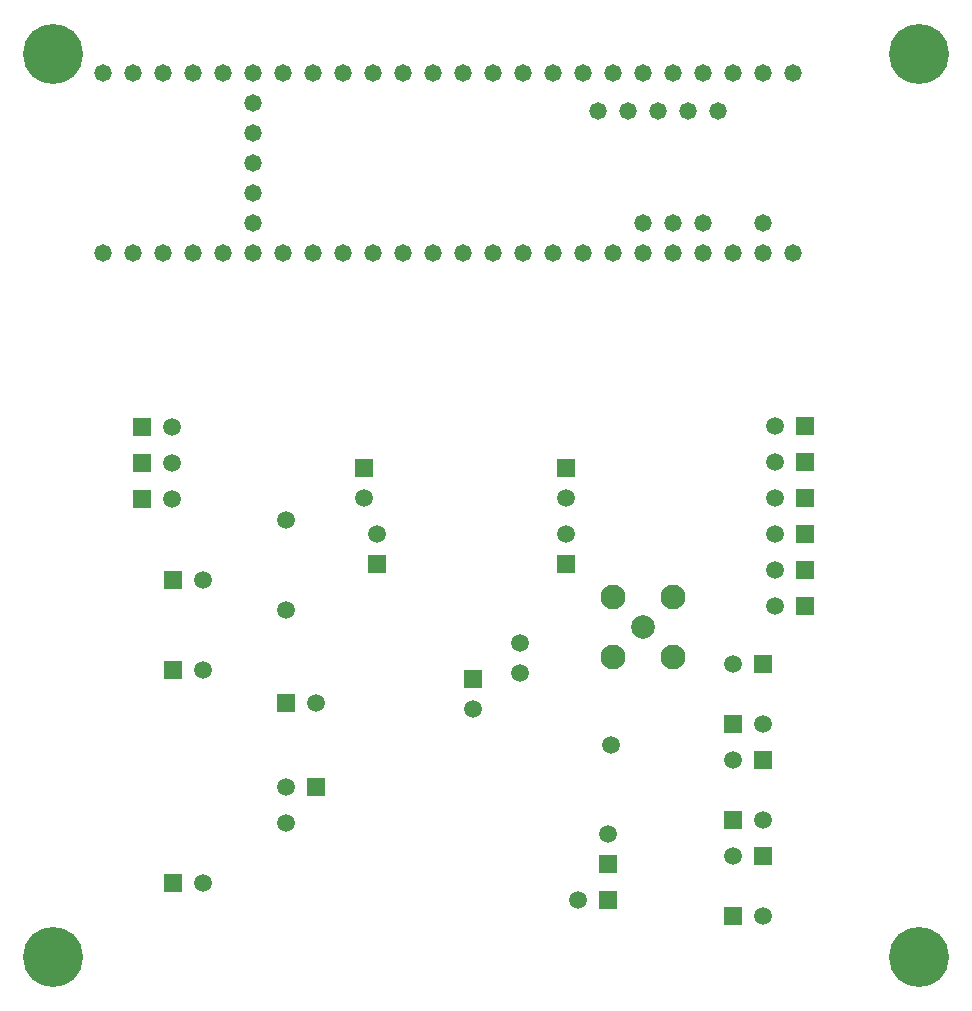
<source format=gbr>
%TF.GenerationSoftware,Altium Limited,Altium Designer,21.9.2 (33)*%
G04 Layer_Color=255*
%FSLAX26Y26*%
%MOIN*%
%TF.SameCoordinates,EB25F4C7-955C-4A9D-8DD9-FEE0DACB2CC0*%
%TF.FilePolarity,Positive*%
%TF.FileFunction,Pads,Bot*%
%TF.Part,Single*%
G01*
G75*
%TA.AperFunction,ComponentPad*%
%ADD26C,0.058000*%
%ADD27C,0.059055*%
%ADD28R,0.059055X0.059055*%
%ADD29R,0.059055X0.059055*%
%TA.AperFunction,ViaPad*%
%ADD30C,0.200000*%
%ADD31C,0.059055*%
%TA.AperFunction,ComponentPad*%
%ADD32C,0.082677*%
%ADD33C,0.078740*%
D26*
X2415000Y3095000D02*
D03*
X2315000D02*
D03*
X2215000D02*
D03*
X2115000D02*
D03*
X2015000D02*
D03*
X1915000D02*
D03*
X1815000D02*
D03*
X1715000D02*
D03*
X1615000D02*
D03*
X1515000D02*
D03*
X1415000D02*
D03*
X1315000D02*
D03*
Y2495000D02*
D03*
X1415000D02*
D03*
X1515000D02*
D03*
X1615000D02*
D03*
X1715000D02*
D03*
X1815000D02*
D03*
X1915000D02*
D03*
X2015000D02*
D03*
X2115000D02*
D03*
X2215000D02*
D03*
X2315000D02*
D03*
X2515000Y3095000D02*
D03*
X2415000Y2495000D02*
D03*
X2515000D02*
D03*
X2615000Y3095000D02*
D03*
Y2495000D02*
D03*
X1215000Y3095000D02*
D03*
Y2495000D02*
D03*
X1115000Y3095000D02*
D03*
X1015000D02*
D03*
X915000D02*
D03*
X815000D02*
D03*
X715000D02*
D03*
X615000D02*
D03*
X515000D02*
D03*
X415000D02*
D03*
X315000D02*
D03*
Y2495000D02*
D03*
X415000D02*
D03*
X515000D02*
D03*
X615000D02*
D03*
X715000D02*
D03*
X815000D02*
D03*
X915000D02*
D03*
X1015000D02*
D03*
X1115000D02*
D03*
X815000Y2995000D02*
D03*
Y2795000D02*
D03*
Y2695000D02*
D03*
Y2895000D02*
D03*
Y2595000D02*
D03*
X2515000D02*
D03*
X2315000D02*
D03*
X2215000D02*
D03*
X2115000D02*
D03*
X2365000Y2970000D02*
D03*
X2265000D02*
D03*
X2165000D02*
D03*
X2065000D02*
D03*
X1965000D02*
D03*
D27*
X2555000Y1320000D02*
D03*
X1185000Y1680000D02*
D03*
X1860000D02*
D03*
X1230000Y1560000D02*
D03*
X1860000D02*
D03*
X545000Y1795000D02*
D03*
Y1915000D02*
D03*
Y1675000D02*
D03*
X2555000Y1680000D02*
D03*
Y1800000D02*
D03*
Y1440000D02*
D03*
X2415000Y805000D02*
D03*
X925000Y715000D02*
D03*
X1025000Y995000D02*
D03*
X2515000Y285000D02*
D03*
X2415000Y485000D02*
D03*
X2000000Y560000D02*
D03*
X2515000Y925000D02*
D03*
X2415000Y1125000D02*
D03*
X650000Y1105000D02*
D03*
X1550000Y975000D02*
D03*
X2555000Y1920000D02*
D03*
Y1560000D02*
D03*
X650000Y395000D02*
D03*
Y1405000D02*
D03*
X1900000Y340000D02*
D03*
X2515000Y605000D02*
D03*
D28*
X2655000Y1320000D02*
D03*
X445000Y1795000D02*
D03*
Y1915000D02*
D03*
Y1675000D02*
D03*
X2655000Y1680000D02*
D03*
Y1800000D02*
D03*
Y1440000D02*
D03*
X2515000Y805000D02*
D03*
X1025000Y715000D02*
D03*
X925000Y995000D02*
D03*
X2415000Y285000D02*
D03*
X2515000Y485000D02*
D03*
X2415000Y925000D02*
D03*
X2515000Y1125000D02*
D03*
X550000Y1105000D02*
D03*
X2655000Y1920000D02*
D03*
Y1560000D02*
D03*
X550000Y395000D02*
D03*
Y1405000D02*
D03*
X2000000Y340000D02*
D03*
X2415000Y605000D02*
D03*
D29*
X1185000Y1780000D02*
D03*
X1860000D02*
D03*
X1230000Y1460000D02*
D03*
X1860000D02*
D03*
X2000000Y460000D02*
D03*
X1550000Y1075000D02*
D03*
D30*
X3035000Y150000D02*
D03*
Y3160000D02*
D03*
X150000D02*
D03*
Y150000D02*
D03*
D31*
X925000Y1605000D02*
D03*
Y1305000D02*
D03*
Y595000D02*
D03*
X2010000Y855000D02*
D03*
X1705000Y1195000D02*
D03*
Y1095000D02*
D03*
D32*
X2015000Y1150000D02*
D03*
X2215000D02*
D03*
Y1350000D02*
D03*
X2015000D02*
D03*
D33*
X2115000Y1250000D02*
D03*
%TF.MD5,5a218fb980210a8634360803b98aa5d4*%
M02*

</source>
